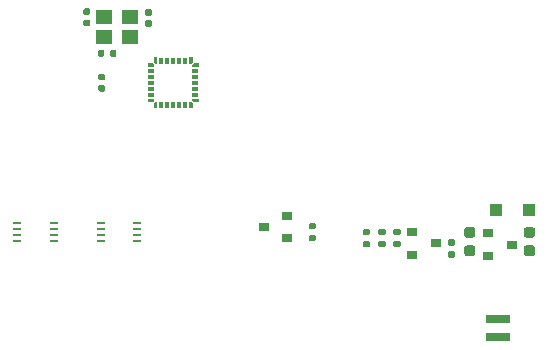
<source format=gtp>
G04 #@! TF.GenerationSoftware,KiCad,Pcbnew,(5.1.10)-1*
G04 #@! TF.CreationDate,2021-05-29T18:44:49+08:00*
G04 #@! TF.ProjectId,Light_detector_V1.0,4c696768-745f-4646-9574-6563746f725f,rev?*
G04 #@! TF.SameCoordinates,Original*
G04 #@! TF.FileFunction,Paste,Top*
G04 #@! TF.FilePolarity,Positive*
%FSLAX46Y46*%
G04 Gerber Fmt 4.6, Leading zero omitted, Abs format (unit mm)*
G04 Created by KiCad (PCBNEW (5.1.10)-1) date 2021-05-29 18:44:49*
%MOMM*%
%LPD*%
G01*
G04 APERTURE LIST*
%ADD10R,1.100000X1.100000*%
%ADD11R,0.900000X0.800000*%
%ADD12R,1.400000X1.200000*%
%ADD13R,0.750000X0.250000*%
%ADD14R,0.550000X0.300000*%
%ADD15R,0.300000X0.550000*%
%ADD16C,0.100000*%
%ADD17R,2.000000X0.800000*%
G04 APERTURE END LIST*
G36*
G01*
X95830360Y-46694680D02*
X96330360Y-46694680D01*
G75*
G02*
X96555360Y-46919680I0J-225000D01*
G01*
X96555360Y-47369680D01*
G75*
G02*
X96330360Y-47594680I-225000J0D01*
G01*
X95830360Y-47594680D01*
G75*
G02*
X95605360Y-47369680I0J225000D01*
G01*
X95605360Y-46919680D01*
G75*
G02*
X95830360Y-46694680I225000J0D01*
G01*
G37*
G36*
G01*
X95830360Y-48244680D02*
X96330360Y-48244680D01*
G75*
G02*
X96555360Y-48469680I0J-225000D01*
G01*
X96555360Y-48919680D01*
G75*
G02*
X96330360Y-49144680I-225000J0D01*
G01*
X95830360Y-49144680D01*
G75*
G02*
X95605360Y-48919680I0J225000D01*
G01*
X95605360Y-48469680D01*
G75*
G02*
X95830360Y-48244680I225000J0D01*
G01*
G37*
D10*
X96053340Y-45222200D03*
X93253340Y-45222200D03*
D11*
X86167500Y-47117000D03*
X86167500Y-49017000D03*
X88167500Y-48067000D03*
D12*
X60096000Y-30603600D03*
X62296000Y-30603600D03*
X62296000Y-28903600D03*
X60096000Y-28903600D03*
D13*
X62873000Y-47864500D03*
X62873000Y-47364500D03*
X62873000Y-46864500D03*
X62873000Y-46364500D03*
X59773000Y-46364500D03*
X59773000Y-46864500D03*
X59773000Y-47364500D03*
X59773000Y-47864500D03*
X52737200Y-46377200D03*
X52737200Y-46877200D03*
X52737200Y-47377200D03*
X52737200Y-47877200D03*
X55837200Y-47877200D03*
X55837200Y-47377200D03*
X55837200Y-46877200D03*
X55837200Y-46377200D03*
D11*
X92565760Y-47223680D03*
X92565760Y-49123680D03*
X94565760Y-48173680D03*
G36*
G01*
X59552400Y-32173800D02*
X59552400Y-31803800D01*
G75*
G02*
X59687400Y-31668800I135000J0D01*
G01*
X59957400Y-31668800D01*
G75*
G02*
X60092400Y-31803800I0J-135000D01*
G01*
X60092400Y-32173800D01*
G75*
G02*
X59957400Y-32308800I-135000J0D01*
G01*
X59687400Y-32308800D01*
G75*
G02*
X59552400Y-32173800I0J135000D01*
G01*
G37*
G36*
G01*
X60572400Y-32173800D02*
X60572400Y-31803800D01*
G75*
G02*
X60707400Y-31668800I135000J0D01*
G01*
X60977400Y-31668800D01*
G75*
G02*
X61112400Y-31803800I0J-135000D01*
G01*
X61112400Y-32173800D01*
G75*
G02*
X60977400Y-32308800I-135000J0D01*
G01*
X60707400Y-32308800D01*
G75*
G02*
X60572400Y-32173800I0J135000D01*
G01*
G37*
G36*
G01*
X77521000Y-46334500D02*
X77891000Y-46334500D01*
G75*
G02*
X78026000Y-46469500I0J-135000D01*
G01*
X78026000Y-46739500D01*
G75*
G02*
X77891000Y-46874500I-135000J0D01*
G01*
X77521000Y-46874500D01*
G75*
G02*
X77386000Y-46739500I0J135000D01*
G01*
X77386000Y-46469500D01*
G75*
G02*
X77521000Y-46334500I135000J0D01*
G01*
G37*
G36*
G01*
X77521000Y-47354500D02*
X77891000Y-47354500D01*
G75*
G02*
X78026000Y-47489500I0J-135000D01*
G01*
X78026000Y-47759500D01*
G75*
G02*
X77891000Y-47894500I-135000J0D01*
G01*
X77521000Y-47894500D01*
G75*
G02*
X77386000Y-47759500I0J135000D01*
G01*
X77386000Y-47489500D01*
G75*
G02*
X77521000Y-47354500I135000J0D01*
G01*
G37*
G36*
G01*
X82463000Y-48415200D02*
X82093000Y-48415200D01*
G75*
G02*
X81958000Y-48280200I0J135000D01*
G01*
X81958000Y-48010200D01*
G75*
G02*
X82093000Y-47875200I135000J0D01*
G01*
X82463000Y-47875200D01*
G75*
G02*
X82598000Y-48010200I0J-135000D01*
G01*
X82598000Y-48280200D01*
G75*
G02*
X82463000Y-48415200I-135000J0D01*
G01*
G37*
G36*
G01*
X82463000Y-47395200D02*
X82093000Y-47395200D01*
G75*
G02*
X81958000Y-47260200I0J135000D01*
G01*
X81958000Y-46990200D01*
G75*
G02*
X82093000Y-46855200I135000J0D01*
G01*
X82463000Y-46855200D01*
G75*
G02*
X82598000Y-46990200I0J-135000D01*
G01*
X82598000Y-47260200D01*
G75*
G02*
X82463000Y-47395200I-135000J0D01*
G01*
G37*
G36*
G01*
X83783800Y-48415200D02*
X83413800Y-48415200D01*
G75*
G02*
X83278800Y-48280200I0J135000D01*
G01*
X83278800Y-48010200D01*
G75*
G02*
X83413800Y-47875200I135000J0D01*
G01*
X83783800Y-47875200D01*
G75*
G02*
X83918800Y-48010200I0J-135000D01*
G01*
X83918800Y-48280200D01*
G75*
G02*
X83783800Y-48415200I-135000J0D01*
G01*
G37*
G36*
G01*
X83783800Y-47395200D02*
X83413800Y-47395200D01*
G75*
G02*
X83278800Y-47260200I0J135000D01*
G01*
X83278800Y-46990200D01*
G75*
G02*
X83413800Y-46855200I135000J0D01*
G01*
X83783800Y-46855200D01*
G75*
G02*
X83918800Y-46990200I0J-135000D01*
G01*
X83918800Y-47260200D01*
G75*
G02*
X83783800Y-47395200I-135000J0D01*
G01*
G37*
G36*
G01*
X85066500Y-48402500D02*
X84696500Y-48402500D01*
G75*
G02*
X84561500Y-48267500I0J135000D01*
G01*
X84561500Y-47997500D01*
G75*
G02*
X84696500Y-47862500I135000J0D01*
G01*
X85066500Y-47862500D01*
G75*
G02*
X85201500Y-47997500I0J-135000D01*
G01*
X85201500Y-48267500D01*
G75*
G02*
X85066500Y-48402500I-135000J0D01*
G01*
G37*
G36*
G01*
X85066500Y-47382500D02*
X84696500Y-47382500D01*
G75*
G02*
X84561500Y-47247500I0J135000D01*
G01*
X84561500Y-46977500D01*
G75*
G02*
X84696500Y-46842500I135000J0D01*
G01*
X85066500Y-46842500D01*
G75*
G02*
X85201500Y-46977500I0J-135000D01*
G01*
X85201500Y-47247500D01*
G75*
G02*
X85066500Y-47382500I-135000J0D01*
G01*
G37*
G36*
G01*
X89306600Y-47718800D02*
X89676600Y-47718800D01*
G75*
G02*
X89811600Y-47853800I0J-135000D01*
G01*
X89811600Y-48123800D01*
G75*
G02*
X89676600Y-48258800I-135000J0D01*
G01*
X89306600Y-48258800D01*
G75*
G02*
X89171600Y-48123800I0J135000D01*
G01*
X89171600Y-47853800D01*
G75*
G02*
X89306600Y-47718800I135000J0D01*
G01*
G37*
G36*
G01*
X89306600Y-48738800D02*
X89676600Y-48738800D01*
G75*
G02*
X89811600Y-48873800I0J-135000D01*
G01*
X89811600Y-49143800D01*
G75*
G02*
X89676600Y-49278800I-135000J0D01*
G01*
X89306600Y-49278800D01*
G75*
G02*
X89171600Y-49143800I0J135000D01*
G01*
X89171600Y-48873800D01*
G75*
G02*
X89306600Y-48738800I135000J0D01*
G01*
G37*
X75594500Y-47620000D03*
X75594500Y-45720000D03*
X73594500Y-46670000D03*
D14*
X64045400Y-33478000D03*
X64045400Y-33978000D03*
X64045400Y-34478000D03*
X64045400Y-34978000D03*
X64045400Y-35478000D03*
D15*
X64920400Y-36353000D03*
X65420400Y-36353000D03*
X65920400Y-36353000D03*
X66420400Y-36353000D03*
X66920400Y-36353000D03*
D14*
X67795400Y-35478000D03*
X67795400Y-34978000D03*
X67795400Y-34478000D03*
X67795400Y-33978000D03*
X67795400Y-33478000D03*
D15*
X66920400Y-32603000D03*
X66420400Y-32603000D03*
X65920400Y-32603000D03*
X65420400Y-32603000D03*
X64920400Y-32603000D03*
D16*
G36*
X64570400Y-32878000D02*
G01*
X64420400Y-32878000D01*
X64270400Y-32728000D01*
X64270400Y-32328000D01*
X64570400Y-32328000D01*
X64570400Y-32878000D01*
G37*
G36*
X67520400Y-33128000D02*
G01*
X67520400Y-32978000D01*
X67670400Y-32828000D01*
X68070400Y-32828000D01*
X68070400Y-33128000D01*
X67520400Y-33128000D01*
G37*
G36*
X67270400Y-36078000D02*
G01*
X67420400Y-36078000D01*
X67570400Y-36228000D01*
X67570400Y-36628000D01*
X67270400Y-36628000D01*
X67270400Y-36078000D01*
G37*
G36*
X64320400Y-35828000D02*
G01*
X64320400Y-35978000D01*
X64170400Y-36128000D01*
X63770400Y-36128000D01*
X63770400Y-35828000D01*
X64320400Y-35828000D01*
G37*
G36*
X64170400Y-32828000D02*
G01*
X64320400Y-32978000D01*
X64320400Y-33128000D01*
X63770400Y-33128000D01*
X63770400Y-32828000D01*
X64170400Y-32828000D01*
G37*
G36*
X64270400Y-36228000D02*
G01*
X64420400Y-36078000D01*
X64570400Y-36078000D01*
X64570400Y-36628000D01*
X64270400Y-36628000D01*
X64270400Y-36228000D01*
G37*
G36*
X67670400Y-36128000D02*
G01*
X67520400Y-35978000D01*
X67520400Y-35828000D01*
X68070400Y-35828000D01*
X68070400Y-36128000D01*
X67670400Y-36128000D01*
G37*
G36*
X67570400Y-32728000D02*
G01*
X67420400Y-32878000D01*
X67270400Y-32878000D01*
X67270400Y-32328000D01*
X67570400Y-32328000D01*
X67570400Y-32728000D01*
G37*
G36*
G01*
X91275760Y-49144680D02*
X90775760Y-49144680D01*
G75*
G02*
X90550760Y-48919680I0J225000D01*
G01*
X90550760Y-48469680D01*
G75*
G02*
X90775760Y-48244680I225000J0D01*
G01*
X91275760Y-48244680D01*
G75*
G02*
X91500760Y-48469680I0J-225000D01*
G01*
X91500760Y-48919680D01*
G75*
G02*
X91275760Y-49144680I-225000J0D01*
G01*
G37*
G36*
G01*
X91275760Y-47594680D02*
X90775760Y-47594680D01*
G75*
G02*
X90550760Y-47369680I0J225000D01*
G01*
X90550760Y-46919680D01*
G75*
G02*
X90775760Y-46694680I225000J0D01*
G01*
X91275760Y-46694680D01*
G75*
G02*
X91500760Y-46919680I0J-225000D01*
G01*
X91500760Y-47369680D01*
G75*
G02*
X91275760Y-47594680I-225000J0D01*
G01*
G37*
G36*
G01*
X58435200Y-28180800D02*
X58775200Y-28180800D01*
G75*
G02*
X58915200Y-28320800I0J-140000D01*
G01*
X58915200Y-28600800D01*
G75*
G02*
X58775200Y-28740800I-140000J0D01*
G01*
X58435200Y-28740800D01*
G75*
G02*
X58295200Y-28600800I0J140000D01*
G01*
X58295200Y-28320800D01*
G75*
G02*
X58435200Y-28180800I140000J0D01*
G01*
G37*
G36*
G01*
X58435200Y-29140800D02*
X58775200Y-29140800D01*
G75*
G02*
X58915200Y-29280800I0J-140000D01*
G01*
X58915200Y-29560800D01*
G75*
G02*
X58775200Y-29700800I-140000J0D01*
G01*
X58435200Y-29700800D01*
G75*
G02*
X58295200Y-29560800I0J140000D01*
G01*
X58295200Y-29280800D01*
G75*
G02*
X58435200Y-29140800I140000J0D01*
G01*
G37*
G36*
G01*
X63667600Y-28231600D02*
X64007600Y-28231600D01*
G75*
G02*
X64147600Y-28371600I0J-140000D01*
G01*
X64147600Y-28651600D01*
G75*
G02*
X64007600Y-28791600I-140000J0D01*
G01*
X63667600Y-28791600D01*
G75*
G02*
X63527600Y-28651600I0J140000D01*
G01*
X63527600Y-28371600D01*
G75*
G02*
X63667600Y-28231600I140000J0D01*
G01*
G37*
G36*
G01*
X63667600Y-29191600D02*
X64007600Y-29191600D01*
G75*
G02*
X64147600Y-29331600I0J-140000D01*
G01*
X64147600Y-29611600D01*
G75*
G02*
X64007600Y-29751600I-140000J0D01*
G01*
X63667600Y-29751600D01*
G75*
G02*
X63527600Y-29611600I0J140000D01*
G01*
X63527600Y-29331600D01*
G75*
G02*
X63667600Y-29191600I140000J0D01*
G01*
G37*
G36*
G01*
X59705200Y-33718000D02*
X60045200Y-33718000D01*
G75*
G02*
X60185200Y-33858000I0J-140000D01*
G01*
X60185200Y-34138000D01*
G75*
G02*
X60045200Y-34278000I-140000J0D01*
G01*
X59705200Y-34278000D01*
G75*
G02*
X59565200Y-34138000I0J140000D01*
G01*
X59565200Y-33858000D01*
G75*
G02*
X59705200Y-33718000I140000J0D01*
G01*
G37*
G36*
G01*
X59705200Y-34678000D02*
X60045200Y-34678000D01*
G75*
G02*
X60185200Y-34818000I0J-140000D01*
G01*
X60185200Y-35098000D01*
G75*
G02*
X60045200Y-35238000I-140000J0D01*
G01*
X59705200Y-35238000D01*
G75*
G02*
X59565200Y-35098000I0J140000D01*
G01*
X59565200Y-34818000D01*
G75*
G02*
X59705200Y-34678000I140000J0D01*
G01*
G37*
D17*
X93454000Y-54492500D03*
X93454000Y-55992500D03*
M02*

</source>
